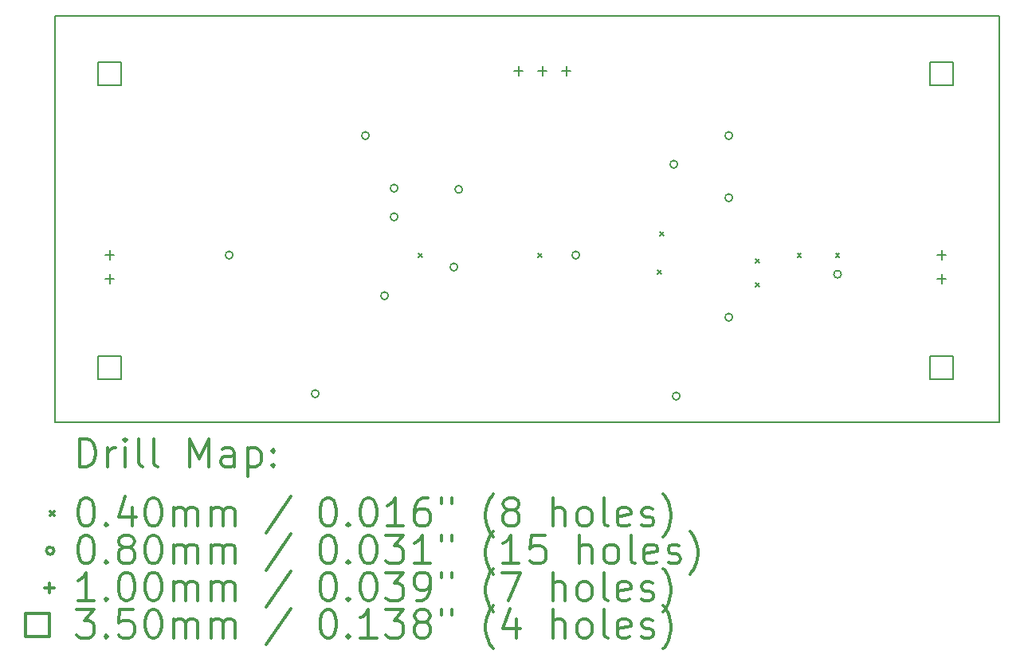
<source format=gbr>
%FSLAX45Y45*%
G04 Gerber Fmt 4.5, Leading zero omitted, Abs format (unit mm)*
G04 Created by KiCad (PCBNEW 4.0.6-e0-6349~53~ubuntu14.04.1) date Mon Jul  3 07:27:08 2017*
%MOMM*%
%LPD*%
G01*
G04 APERTURE LIST*
%ADD10C,0.127000*%
%ADD11C,0.150000*%
%ADD12C,0.200000*%
%ADD13C,0.300000*%
G04 APERTURE END LIST*
D10*
D11*
X10223500Y-12166600D02*
X10223500Y-7848600D01*
X20256500Y-12166600D02*
X10223500Y-12166600D01*
X20256500Y-7848600D02*
X20256500Y-12166600D01*
X10223500Y-7848600D02*
X20256500Y-7848600D01*
D12*
X14089700Y-10368600D02*
X14129700Y-10408600D01*
X14129700Y-10368600D02*
X14089700Y-10408600D01*
X15359700Y-10368600D02*
X15399700Y-10408600D01*
X15399700Y-10368600D02*
X15359700Y-10408600D01*
X16629700Y-10546400D02*
X16669700Y-10586400D01*
X16669700Y-10546400D02*
X16629700Y-10586400D01*
X16655100Y-10140000D02*
X16695100Y-10180000D01*
X16695100Y-10140000D02*
X16655100Y-10180000D01*
X17671100Y-10432100D02*
X17711100Y-10472100D01*
X17711100Y-10432100D02*
X17671100Y-10472100D01*
X17671100Y-10686100D02*
X17711100Y-10726100D01*
X17711100Y-10686100D02*
X17671100Y-10726100D01*
X18115600Y-10368600D02*
X18155600Y-10408600D01*
X18155600Y-10368600D02*
X18115600Y-10408600D01*
X18522000Y-10368600D02*
X18562000Y-10408600D01*
X18562000Y-10368600D02*
X18522000Y-10408600D01*
X12117700Y-10388600D02*
G75*
G03X12117700Y-10388600I-40000J0D01*
G01*
X13032100Y-11861800D02*
G75*
G03X13032100Y-11861800I-40000J0D01*
G01*
X13565500Y-9118600D02*
G75*
G03X13565500Y-9118600I-40000J0D01*
G01*
X13768700Y-10820400D02*
G75*
G03X13768700Y-10820400I-40000J0D01*
G01*
X13870300Y-9677400D02*
G75*
G03X13870300Y-9677400I-40000J0D01*
G01*
X13870300Y-9982200D02*
G75*
G03X13870300Y-9982200I-40000J0D01*
G01*
X14505300Y-10515600D02*
G75*
G03X14505300Y-10515600I-40000J0D01*
G01*
X14556100Y-9690100D02*
G75*
G03X14556100Y-9690100I-40000J0D01*
G01*
X15800700Y-10388600D02*
G75*
G03X15800700Y-10388600I-40000J0D01*
G01*
X16842100Y-9423400D02*
G75*
G03X16842100Y-9423400I-40000J0D01*
G01*
X16867500Y-11887200D02*
G75*
G03X16867500Y-11887200I-40000J0D01*
G01*
X17426300Y-9118600D02*
G75*
G03X17426300Y-9118600I-40000J0D01*
G01*
X17426300Y-9779000D02*
G75*
G03X17426300Y-9779000I-40000J0D01*
G01*
X17426300Y-11049000D02*
G75*
G03X17426300Y-11049000I-40000J0D01*
G01*
X18582000Y-10591800D02*
G75*
G03X18582000Y-10591800I-40000J0D01*
G01*
X10807700Y-10338600D02*
X10807700Y-10438600D01*
X10757700Y-10388600D02*
X10857700Y-10388600D01*
X10807700Y-10592600D02*
X10807700Y-10692600D01*
X10757700Y-10642600D02*
X10857700Y-10642600D01*
X15151100Y-8382800D02*
X15151100Y-8482800D01*
X15101100Y-8432800D02*
X15201100Y-8432800D01*
X15405100Y-8382800D02*
X15405100Y-8482800D01*
X15355100Y-8432800D02*
X15455100Y-8432800D01*
X15659100Y-8382800D02*
X15659100Y-8482800D01*
X15609100Y-8432800D02*
X15709100Y-8432800D01*
X19646900Y-10338600D02*
X19646900Y-10438600D01*
X19596900Y-10388600D02*
X19696900Y-10388600D01*
X19646900Y-10592600D02*
X19646900Y-10692600D01*
X19596900Y-10642600D02*
X19696900Y-10642600D01*
X10931445Y-8581945D02*
X10931445Y-8334455D01*
X10683955Y-8334455D01*
X10683955Y-8581945D01*
X10931445Y-8581945D01*
X10931445Y-11706145D02*
X10931445Y-11458655D01*
X10683955Y-11458655D01*
X10683955Y-11706145D01*
X10931445Y-11706145D01*
X19770645Y-8581945D02*
X19770645Y-8334455D01*
X19523155Y-8334455D01*
X19523155Y-8581945D01*
X19770645Y-8581945D01*
X19770645Y-11706145D02*
X19770645Y-11458655D01*
X19523155Y-11458655D01*
X19523155Y-11706145D01*
X19770645Y-11706145D01*
D13*
X10487429Y-12639814D02*
X10487429Y-12339814D01*
X10558857Y-12339814D01*
X10601714Y-12354100D01*
X10630286Y-12382671D01*
X10644571Y-12411243D01*
X10658857Y-12468386D01*
X10658857Y-12511243D01*
X10644571Y-12568386D01*
X10630286Y-12596957D01*
X10601714Y-12625529D01*
X10558857Y-12639814D01*
X10487429Y-12639814D01*
X10787429Y-12639814D02*
X10787429Y-12439814D01*
X10787429Y-12496957D02*
X10801714Y-12468386D01*
X10816000Y-12454100D01*
X10844571Y-12439814D01*
X10873143Y-12439814D01*
X10973143Y-12639814D02*
X10973143Y-12439814D01*
X10973143Y-12339814D02*
X10958857Y-12354100D01*
X10973143Y-12368386D01*
X10987429Y-12354100D01*
X10973143Y-12339814D01*
X10973143Y-12368386D01*
X11158857Y-12639814D02*
X11130286Y-12625529D01*
X11116000Y-12596957D01*
X11116000Y-12339814D01*
X11316000Y-12639814D02*
X11287428Y-12625529D01*
X11273143Y-12596957D01*
X11273143Y-12339814D01*
X11658857Y-12639814D02*
X11658857Y-12339814D01*
X11758857Y-12554100D01*
X11858857Y-12339814D01*
X11858857Y-12639814D01*
X12130286Y-12639814D02*
X12130286Y-12482671D01*
X12116000Y-12454100D01*
X12087428Y-12439814D01*
X12030286Y-12439814D01*
X12001714Y-12454100D01*
X12130286Y-12625529D02*
X12101714Y-12639814D01*
X12030286Y-12639814D01*
X12001714Y-12625529D01*
X11987428Y-12596957D01*
X11987428Y-12568386D01*
X12001714Y-12539814D01*
X12030286Y-12525529D01*
X12101714Y-12525529D01*
X12130286Y-12511243D01*
X12273143Y-12439814D02*
X12273143Y-12739814D01*
X12273143Y-12454100D02*
X12301714Y-12439814D01*
X12358857Y-12439814D01*
X12387428Y-12454100D01*
X12401714Y-12468386D01*
X12416000Y-12496957D01*
X12416000Y-12582671D01*
X12401714Y-12611243D01*
X12387428Y-12625529D01*
X12358857Y-12639814D01*
X12301714Y-12639814D01*
X12273143Y-12625529D01*
X12544571Y-12611243D02*
X12558857Y-12625529D01*
X12544571Y-12639814D01*
X12530286Y-12625529D01*
X12544571Y-12611243D01*
X12544571Y-12639814D01*
X12544571Y-12454100D02*
X12558857Y-12468386D01*
X12544571Y-12482671D01*
X12530286Y-12468386D01*
X12544571Y-12454100D01*
X12544571Y-12482671D01*
X10176000Y-13114100D02*
X10216000Y-13154100D01*
X10216000Y-13114100D02*
X10176000Y-13154100D01*
X10544571Y-12969814D02*
X10573143Y-12969814D01*
X10601714Y-12984100D01*
X10616000Y-12998386D01*
X10630286Y-13026957D01*
X10644571Y-13084100D01*
X10644571Y-13155529D01*
X10630286Y-13212671D01*
X10616000Y-13241243D01*
X10601714Y-13255529D01*
X10573143Y-13269814D01*
X10544571Y-13269814D01*
X10516000Y-13255529D01*
X10501714Y-13241243D01*
X10487429Y-13212671D01*
X10473143Y-13155529D01*
X10473143Y-13084100D01*
X10487429Y-13026957D01*
X10501714Y-12998386D01*
X10516000Y-12984100D01*
X10544571Y-12969814D01*
X10773143Y-13241243D02*
X10787429Y-13255529D01*
X10773143Y-13269814D01*
X10758857Y-13255529D01*
X10773143Y-13241243D01*
X10773143Y-13269814D01*
X11044571Y-13069814D02*
X11044571Y-13269814D01*
X10973143Y-12955529D02*
X10901714Y-13169814D01*
X11087428Y-13169814D01*
X11258857Y-12969814D02*
X11287428Y-12969814D01*
X11316000Y-12984100D01*
X11330286Y-12998386D01*
X11344571Y-13026957D01*
X11358857Y-13084100D01*
X11358857Y-13155529D01*
X11344571Y-13212671D01*
X11330286Y-13241243D01*
X11316000Y-13255529D01*
X11287428Y-13269814D01*
X11258857Y-13269814D01*
X11230286Y-13255529D01*
X11216000Y-13241243D01*
X11201714Y-13212671D01*
X11187428Y-13155529D01*
X11187428Y-13084100D01*
X11201714Y-13026957D01*
X11216000Y-12998386D01*
X11230286Y-12984100D01*
X11258857Y-12969814D01*
X11487428Y-13269814D02*
X11487428Y-13069814D01*
X11487428Y-13098386D02*
X11501714Y-13084100D01*
X11530286Y-13069814D01*
X11573143Y-13069814D01*
X11601714Y-13084100D01*
X11616000Y-13112671D01*
X11616000Y-13269814D01*
X11616000Y-13112671D02*
X11630286Y-13084100D01*
X11658857Y-13069814D01*
X11701714Y-13069814D01*
X11730286Y-13084100D01*
X11744571Y-13112671D01*
X11744571Y-13269814D01*
X11887428Y-13269814D02*
X11887428Y-13069814D01*
X11887428Y-13098386D02*
X11901714Y-13084100D01*
X11930286Y-13069814D01*
X11973143Y-13069814D01*
X12001714Y-13084100D01*
X12016000Y-13112671D01*
X12016000Y-13269814D01*
X12016000Y-13112671D02*
X12030286Y-13084100D01*
X12058857Y-13069814D01*
X12101714Y-13069814D01*
X12130286Y-13084100D01*
X12144571Y-13112671D01*
X12144571Y-13269814D01*
X12730286Y-12955529D02*
X12473143Y-13341243D01*
X13116000Y-12969814D02*
X13144571Y-12969814D01*
X13173143Y-12984100D01*
X13187428Y-12998386D01*
X13201714Y-13026957D01*
X13216000Y-13084100D01*
X13216000Y-13155529D01*
X13201714Y-13212671D01*
X13187428Y-13241243D01*
X13173143Y-13255529D01*
X13144571Y-13269814D01*
X13116000Y-13269814D01*
X13087428Y-13255529D01*
X13073143Y-13241243D01*
X13058857Y-13212671D01*
X13044571Y-13155529D01*
X13044571Y-13084100D01*
X13058857Y-13026957D01*
X13073143Y-12998386D01*
X13087428Y-12984100D01*
X13116000Y-12969814D01*
X13344571Y-13241243D02*
X13358857Y-13255529D01*
X13344571Y-13269814D01*
X13330286Y-13255529D01*
X13344571Y-13241243D01*
X13344571Y-13269814D01*
X13544571Y-12969814D02*
X13573143Y-12969814D01*
X13601714Y-12984100D01*
X13616000Y-12998386D01*
X13630285Y-13026957D01*
X13644571Y-13084100D01*
X13644571Y-13155529D01*
X13630285Y-13212671D01*
X13616000Y-13241243D01*
X13601714Y-13255529D01*
X13573143Y-13269814D01*
X13544571Y-13269814D01*
X13516000Y-13255529D01*
X13501714Y-13241243D01*
X13487428Y-13212671D01*
X13473143Y-13155529D01*
X13473143Y-13084100D01*
X13487428Y-13026957D01*
X13501714Y-12998386D01*
X13516000Y-12984100D01*
X13544571Y-12969814D01*
X13930285Y-13269814D02*
X13758857Y-13269814D01*
X13844571Y-13269814D02*
X13844571Y-12969814D01*
X13816000Y-13012671D01*
X13787428Y-13041243D01*
X13758857Y-13055529D01*
X14187428Y-12969814D02*
X14130285Y-12969814D01*
X14101714Y-12984100D01*
X14087428Y-12998386D01*
X14058857Y-13041243D01*
X14044571Y-13098386D01*
X14044571Y-13212671D01*
X14058857Y-13241243D01*
X14073143Y-13255529D01*
X14101714Y-13269814D01*
X14158857Y-13269814D01*
X14187428Y-13255529D01*
X14201714Y-13241243D01*
X14216000Y-13212671D01*
X14216000Y-13141243D01*
X14201714Y-13112671D01*
X14187428Y-13098386D01*
X14158857Y-13084100D01*
X14101714Y-13084100D01*
X14073143Y-13098386D01*
X14058857Y-13112671D01*
X14044571Y-13141243D01*
X14330286Y-12969814D02*
X14330286Y-13026957D01*
X14444571Y-12969814D02*
X14444571Y-13026957D01*
X14887428Y-13384100D02*
X14873143Y-13369814D01*
X14844571Y-13326957D01*
X14830285Y-13298386D01*
X14816000Y-13255529D01*
X14801714Y-13184100D01*
X14801714Y-13126957D01*
X14816000Y-13055529D01*
X14830285Y-13012671D01*
X14844571Y-12984100D01*
X14873143Y-12941243D01*
X14887428Y-12926957D01*
X15044571Y-13098386D02*
X15016000Y-13084100D01*
X15001714Y-13069814D01*
X14987428Y-13041243D01*
X14987428Y-13026957D01*
X15001714Y-12998386D01*
X15016000Y-12984100D01*
X15044571Y-12969814D01*
X15101714Y-12969814D01*
X15130285Y-12984100D01*
X15144571Y-12998386D01*
X15158857Y-13026957D01*
X15158857Y-13041243D01*
X15144571Y-13069814D01*
X15130285Y-13084100D01*
X15101714Y-13098386D01*
X15044571Y-13098386D01*
X15016000Y-13112671D01*
X15001714Y-13126957D01*
X14987428Y-13155529D01*
X14987428Y-13212671D01*
X15001714Y-13241243D01*
X15016000Y-13255529D01*
X15044571Y-13269814D01*
X15101714Y-13269814D01*
X15130285Y-13255529D01*
X15144571Y-13241243D01*
X15158857Y-13212671D01*
X15158857Y-13155529D01*
X15144571Y-13126957D01*
X15130285Y-13112671D01*
X15101714Y-13098386D01*
X15516000Y-13269814D02*
X15516000Y-12969814D01*
X15644571Y-13269814D02*
X15644571Y-13112671D01*
X15630285Y-13084100D01*
X15601714Y-13069814D01*
X15558857Y-13069814D01*
X15530285Y-13084100D01*
X15516000Y-13098386D01*
X15830285Y-13269814D02*
X15801714Y-13255529D01*
X15787428Y-13241243D01*
X15773143Y-13212671D01*
X15773143Y-13126957D01*
X15787428Y-13098386D01*
X15801714Y-13084100D01*
X15830285Y-13069814D01*
X15873143Y-13069814D01*
X15901714Y-13084100D01*
X15916000Y-13098386D01*
X15930285Y-13126957D01*
X15930285Y-13212671D01*
X15916000Y-13241243D01*
X15901714Y-13255529D01*
X15873143Y-13269814D01*
X15830285Y-13269814D01*
X16101714Y-13269814D02*
X16073143Y-13255529D01*
X16058857Y-13226957D01*
X16058857Y-12969814D01*
X16330286Y-13255529D02*
X16301714Y-13269814D01*
X16244571Y-13269814D01*
X16216000Y-13255529D01*
X16201714Y-13226957D01*
X16201714Y-13112671D01*
X16216000Y-13084100D01*
X16244571Y-13069814D01*
X16301714Y-13069814D01*
X16330286Y-13084100D01*
X16344571Y-13112671D01*
X16344571Y-13141243D01*
X16201714Y-13169814D01*
X16458857Y-13255529D02*
X16487428Y-13269814D01*
X16544571Y-13269814D01*
X16573143Y-13255529D01*
X16587428Y-13226957D01*
X16587428Y-13212671D01*
X16573143Y-13184100D01*
X16544571Y-13169814D01*
X16501714Y-13169814D01*
X16473143Y-13155529D01*
X16458857Y-13126957D01*
X16458857Y-13112671D01*
X16473143Y-13084100D01*
X16501714Y-13069814D01*
X16544571Y-13069814D01*
X16573143Y-13084100D01*
X16687428Y-13384100D02*
X16701714Y-13369814D01*
X16730286Y-13326957D01*
X16744571Y-13298386D01*
X16758857Y-13255529D01*
X16773143Y-13184100D01*
X16773143Y-13126957D01*
X16758857Y-13055529D01*
X16744571Y-13012671D01*
X16730286Y-12984100D01*
X16701714Y-12941243D01*
X16687428Y-12926957D01*
X10216000Y-13530100D02*
G75*
G03X10216000Y-13530100I-40000J0D01*
G01*
X10544571Y-13365814D02*
X10573143Y-13365814D01*
X10601714Y-13380100D01*
X10616000Y-13394386D01*
X10630286Y-13422957D01*
X10644571Y-13480100D01*
X10644571Y-13551529D01*
X10630286Y-13608671D01*
X10616000Y-13637243D01*
X10601714Y-13651529D01*
X10573143Y-13665814D01*
X10544571Y-13665814D01*
X10516000Y-13651529D01*
X10501714Y-13637243D01*
X10487429Y-13608671D01*
X10473143Y-13551529D01*
X10473143Y-13480100D01*
X10487429Y-13422957D01*
X10501714Y-13394386D01*
X10516000Y-13380100D01*
X10544571Y-13365814D01*
X10773143Y-13637243D02*
X10787429Y-13651529D01*
X10773143Y-13665814D01*
X10758857Y-13651529D01*
X10773143Y-13637243D01*
X10773143Y-13665814D01*
X10958857Y-13494386D02*
X10930286Y-13480100D01*
X10916000Y-13465814D01*
X10901714Y-13437243D01*
X10901714Y-13422957D01*
X10916000Y-13394386D01*
X10930286Y-13380100D01*
X10958857Y-13365814D01*
X11016000Y-13365814D01*
X11044571Y-13380100D01*
X11058857Y-13394386D01*
X11073143Y-13422957D01*
X11073143Y-13437243D01*
X11058857Y-13465814D01*
X11044571Y-13480100D01*
X11016000Y-13494386D01*
X10958857Y-13494386D01*
X10930286Y-13508671D01*
X10916000Y-13522957D01*
X10901714Y-13551529D01*
X10901714Y-13608671D01*
X10916000Y-13637243D01*
X10930286Y-13651529D01*
X10958857Y-13665814D01*
X11016000Y-13665814D01*
X11044571Y-13651529D01*
X11058857Y-13637243D01*
X11073143Y-13608671D01*
X11073143Y-13551529D01*
X11058857Y-13522957D01*
X11044571Y-13508671D01*
X11016000Y-13494386D01*
X11258857Y-13365814D02*
X11287428Y-13365814D01*
X11316000Y-13380100D01*
X11330286Y-13394386D01*
X11344571Y-13422957D01*
X11358857Y-13480100D01*
X11358857Y-13551529D01*
X11344571Y-13608671D01*
X11330286Y-13637243D01*
X11316000Y-13651529D01*
X11287428Y-13665814D01*
X11258857Y-13665814D01*
X11230286Y-13651529D01*
X11216000Y-13637243D01*
X11201714Y-13608671D01*
X11187428Y-13551529D01*
X11187428Y-13480100D01*
X11201714Y-13422957D01*
X11216000Y-13394386D01*
X11230286Y-13380100D01*
X11258857Y-13365814D01*
X11487428Y-13665814D02*
X11487428Y-13465814D01*
X11487428Y-13494386D02*
X11501714Y-13480100D01*
X11530286Y-13465814D01*
X11573143Y-13465814D01*
X11601714Y-13480100D01*
X11616000Y-13508671D01*
X11616000Y-13665814D01*
X11616000Y-13508671D02*
X11630286Y-13480100D01*
X11658857Y-13465814D01*
X11701714Y-13465814D01*
X11730286Y-13480100D01*
X11744571Y-13508671D01*
X11744571Y-13665814D01*
X11887428Y-13665814D02*
X11887428Y-13465814D01*
X11887428Y-13494386D02*
X11901714Y-13480100D01*
X11930286Y-13465814D01*
X11973143Y-13465814D01*
X12001714Y-13480100D01*
X12016000Y-13508671D01*
X12016000Y-13665814D01*
X12016000Y-13508671D02*
X12030286Y-13480100D01*
X12058857Y-13465814D01*
X12101714Y-13465814D01*
X12130286Y-13480100D01*
X12144571Y-13508671D01*
X12144571Y-13665814D01*
X12730286Y-13351529D02*
X12473143Y-13737243D01*
X13116000Y-13365814D02*
X13144571Y-13365814D01*
X13173143Y-13380100D01*
X13187428Y-13394386D01*
X13201714Y-13422957D01*
X13216000Y-13480100D01*
X13216000Y-13551529D01*
X13201714Y-13608671D01*
X13187428Y-13637243D01*
X13173143Y-13651529D01*
X13144571Y-13665814D01*
X13116000Y-13665814D01*
X13087428Y-13651529D01*
X13073143Y-13637243D01*
X13058857Y-13608671D01*
X13044571Y-13551529D01*
X13044571Y-13480100D01*
X13058857Y-13422957D01*
X13073143Y-13394386D01*
X13087428Y-13380100D01*
X13116000Y-13365814D01*
X13344571Y-13637243D02*
X13358857Y-13651529D01*
X13344571Y-13665814D01*
X13330286Y-13651529D01*
X13344571Y-13637243D01*
X13344571Y-13665814D01*
X13544571Y-13365814D02*
X13573143Y-13365814D01*
X13601714Y-13380100D01*
X13616000Y-13394386D01*
X13630285Y-13422957D01*
X13644571Y-13480100D01*
X13644571Y-13551529D01*
X13630285Y-13608671D01*
X13616000Y-13637243D01*
X13601714Y-13651529D01*
X13573143Y-13665814D01*
X13544571Y-13665814D01*
X13516000Y-13651529D01*
X13501714Y-13637243D01*
X13487428Y-13608671D01*
X13473143Y-13551529D01*
X13473143Y-13480100D01*
X13487428Y-13422957D01*
X13501714Y-13394386D01*
X13516000Y-13380100D01*
X13544571Y-13365814D01*
X13744571Y-13365814D02*
X13930285Y-13365814D01*
X13830285Y-13480100D01*
X13873143Y-13480100D01*
X13901714Y-13494386D01*
X13916000Y-13508671D01*
X13930285Y-13537243D01*
X13930285Y-13608671D01*
X13916000Y-13637243D01*
X13901714Y-13651529D01*
X13873143Y-13665814D01*
X13787428Y-13665814D01*
X13758857Y-13651529D01*
X13744571Y-13637243D01*
X14216000Y-13665814D02*
X14044571Y-13665814D01*
X14130285Y-13665814D02*
X14130285Y-13365814D01*
X14101714Y-13408671D01*
X14073143Y-13437243D01*
X14044571Y-13451529D01*
X14330286Y-13365814D02*
X14330286Y-13422957D01*
X14444571Y-13365814D02*
X14444571Y-13422957D01*
X14887428Y-13780100D02*
X14873143Y-13765814D01*
X14844571Y-13722957D01*
X14830285Y-13694386D01*
X14816000Y-13651529D01*
X14801714Y-13580100D01*
X14801714Y-13522957D01*
X14816000Y-13451529D01*
X14830285Y-13408671D01*
X14844571Y-13380100D01*
X14873143Y-13337243D01*
X14887428Y-13322957D01*
X15158857Y-13665814D02*
X14987428Y-13665814D01*
X15073143Y-13665814D02*
X15073143Y-13365814D01*
X15044571Y-13408671D01*
X15016000Y-13437243D01*
X14987428Y-13451529D01*
X15430285Y-13365814D02*
X15287428Y-13365814D01*
X15273143Y-13508671D01*
X15287428Y-13494386D01*
X15316000Y-13480100D01*
X15387428Y-13480100D01*
X15416000Y-13494386D01*
X15430285Y-13508671D01*
X15444571Y-13537243D01*
X15444571Y-13608671D01*
X15430285Y-13637243D01*
X15416000Y-13651529D01*
X15387428Y-13665814D01*
X15316000Y-13665814D01*
X15287428Y-13651529D01*
X15273143Y-13637243D01*
X15801714Y-13665814D02*
X15801714Y-13365814D01*
X15930285Y-13665814D02*
X15930285Y-13508671D01*
X15916000Y-13480100D01*
X15887428Y-13465814D01*
X15844571Y-13465814D01*
X15816000Y-13480100D01*
X15801714Y-13494386D01*
X16116000Y-13665814D02*
X16087428Y-13651529D01*
X16073143Y-13637243D01*
X16058857Y-13608671D01*
X16058857Y-13522957D01*
X16073143Y-13494386D01*
X16087428Y-13480100D01*
X16116000Y-13465814D01*
X16158857Y-13465814D01*
X16187428Y-13480100D01*
X16201714Y-13494386D01*
X16216000Y-13522957D01*
X16216000Y-13608671D01*
X16201714Y-13637243D01*
X16187428Y-13651529D01*
X16158857Y-13665814D01*
X16116000Y-13665814D01*
X16387428Y-13665814D02*
X16358857Y-13651529D01*
X16344571Y-13622957D01*
X16344571Y-13365814D01*
X16616000Y-13651529D02*
X16587428Y-13665814D01*
X16530286Y-13665814D01*
X16501714Y-13651529D01*
X16487428Y-13622957D01*
X16487428Y-13508671D01*
X16501714Y-13480100D01*
X16530286Y-13465814D01*
X16587428Y-13465814D01*
X16616000Y-13480100D01*
X16630286Y-13508671D01*
X16630286Y-13537243D01*
X16487428Y-13565814D01*
X16744571Y-13651529D02*
X16773143Y-13665814D01*
X16830286Y-13665814D01*
X16858857Y-13651529D01*
X16873143Y-13622957D01*
X16873143Y-13608671D01*
X16858857Y-13580100D01*
X16830286Y-13565814D01*
X16787429Y-13565814D01*
X16758857Y-13551529D01*
X16744571Y-13522957D01*
X16744571Y-13508671D01*
X16758857Y-13480100D01*
X16787429Y-13465814D01*
X16830286Y-13465814D01*
X16858857Y-13480100D01*
X16973143Y-13780100D02*
X16987429Y-13765814D01*
X17016000Y-13722957D01*
X17030286Y-13694386D01*
X17044571Y-13651529D01*
X17058857Y-13580100D01*
X17058857Y-13522957D01*
X17044571Y-13451529D01*
X17030286Y-13408671D01*
X17016000Y-13380100D01*
X16987429Y-13337243D01*
X16973143Y-13322957D01*
X10166000Y-13876100D02*
X10166000Y-13976100D01*
X10116000Y-13926100D02*
X10216000Y-13926100D01*
X10644571Y-14061814D02*
X10473143Y-14061814D01*
X10558857Y-14061814D02*
X10558857Y-13761814D01*
X10530286Y-13804671D01*
X10501714Y-13833243D01*
X10473143Y-13847529D01*
X10773143Y-14033243D02*
X10787429Y-14047529D01*
X10773143Y-14061814D01*
X10758857Y-14047529D01*
X10773143Y-14033243D01*
X10773143Y-14061814D01*
X10973143Y-13761814D02*
X11001714Y-13761814D01*
X11030286Y-13776100D01*
X11044571Y-13790386D01*
X11058857Y-13818957D01*
X11073143Y-13876100D01*
X11073143Y-13947529D01*
X11058857Y-14004671D01*
X11044571Y-14033243D01*
X11030286Y-14047529D01*
X11001714Y-14061814D01*
X10973143Y-14061814D01*
X10944571Y-14047529D01*
X10930286Y-14033243D01*
X10916000Y-14004671D01*
X10901714Y-13947529D01*
X10901714Y-13876100D01*
X10916000Y-13818957D01*
X10930286Y-13790386D01*
X10944571Y-13776100D01*
X10973143Y-13761814D01*
X11258857Y-13761814D02*
X11287428Y-13761814D01*
X11316000Y-13776100D01*
X11330286Y-13790386D01*
X11344571Y-13818957D01*
X11358857Y-13876100D01*
X11358857Y-13947529D01*
X11344571Y-14004671D01*
X11330286Y-14033243D01*
X11316000Y-14047529D01*
X11287428Y-14061814D01*
X11258857Y-14061814D01*
X11230286Y-14047529D01*
X11216000Y-14033243D01*
X11201714Y-14004671D01*
X11187428Y-13947529D01*
X11187428Y-13876100D01*
X11201714Y-13818957D01*
X11216000Y-13790386D01*
X11230286Y-13776100D01*
X11258857Y-13761814D01*
X11487428Y-14061814D02*
X11487428Y-13861814D01*
X11487428Y-13890386D02*
X11501714Y-13876100D01*
X11530286Y-13861814D01*
X11573143Y-13861814D01*
X11601714Y-13876100D01*
X11616000Y-13904671D01*
X11616000Y-14061814D01*
X11616000Y-13904671D02*
X11630286Y-13876100D01*
X11658857Y-13861814D01*
X11701714Y-13861814D01*
X11730286Y-13876100D01*
X11744571Y-13904671D01*
X11744571Y-14061814D01*
X11887428Y-14061814D02*
X11887428Y-13861814D01*
X11887428Y-13890386D02*
X11901714Y-13876100D01*
X11930286Y-13861814D01*
X11973143Y-13861814D01*
X12001714Y-13876100D01*
X12016000Y-13904671D01*
X12016000Y-14061814D01*
X12016000Y-13904671D02*
X12030286Y-13876100D01*
X12058857Y-13861814D01*
X12101714Y-13861814D01*
X12130286Y-13876100D01*
X12144571Y-13904671D01*
X12144571Y-14061814D01*
X12730286Y-13747529D02*
X12473143Y-14133243D01*
X13116000Y-13761814D02*
X13144571Y-13761814D01*
X13173143Y-13776100D01*
X13187428Y-13790386D01*
X13201714Y-13818957D01*
X13216000Y-13876100D01*
X13216000Y-13947529D01*
X13201714Y-14004671D01*
X13187428Y-14033243D01*
X13173143Y-14047529D01*
X13144571Y-14061814D01*
X13116000Y-14061814D01*
X13087428Y-14047529D01*
X13073143Y-14033243D01*
X13058857Y-14004671D01*
X13044571Y-13947529D01*
X13044571Y-13876100D01*
X13058857Y-13818957D01*
X13073143Y-13790386D01*
X13087428Y-13776100D01*
X13116000Y-13761814D01*
X13344571Y-14033243D02*
X13358857Y-14047529D01*
X13344571Y-14061814D01*
X13330286Y-14047529D01*
X13344571Y-14033243D01*
X13344571Y-14061814D01*
X13544571Y-13761814D02*
X13573143Y-13761814D01*
X13601714Y-13776100D01*
X13616000Y-13790386D01*
X13630285Y-13818957D01*
X13644571Y-13876100D01*
X13644571Y-13947529D01*
X13630285Y-14004671D01*
X13616000Y-14033243D01*
X13601714Y-14047529D01*
X13573143Y-14061814D01*
X13544571Y-14061814D01*
X13516000Y-14047529D01*
X13501714Y-14033243D01*
X13487428Y-14004671D01*
X13473143Y-13947529D01*
X13473143Y-13876100D01*
X13487428Y-13818957D01*
X13501714Y-13790386D01*
X13516000Y-13776100D01*
X13544571Y-13761814D01*
X13744571Y-13761814D02*
X13930285Y-13761814D01*
X13830285Y-13876100D01*
X13873143Y-13876100D01*
X13901714Y-13890386D01*
X13916000Y-13904671D01*
X13930285Y-13933243D01*
X13930285Y-14004671D01*
X13916000Y-14033243D01*
X13901714Y-14047529D01*
X13873143Y-14061814D01*
X13787428Y-14061814D01*
X13758857Y-14047529D01*
X13744571Y-14033243D01*
X14073143Y-14061814D02*
X14130285Y-14061814D01*
X14158857Y-14047529D01*
X14173143Y-14033243D01*
X14201714Y-13990386D01*
X14216000Y-13933243D01*
X14216000Y-13818957D01*
X14201714Y-13790386D01*
X14187428Y-13776100D01*
X14158857Y-13761814D01*
X14101714Y-13761814D01*
X14073143Y-13776100D01*
X14058857Y-13790386D01*
X14044571Y-13818957D01*
X14044571Y-13890386D01*
X14058857Y-13918957D01*
X14073143Y-13933243D01*
X14101714Y-13947529D01*
X14158857Y-13947529D01*
X14187428Y-13933243D01*
X14201714Y-13918957D01*
X14216000Y-13890386D01*
X14330286Y-13761814D02*
X14330286Y-13818957D01*
X14444571Y-13761814D02*
X14444571Y-13818957D01*
X14887428Y-14176100D02*
X14873143Y-14161814D01*
X14844571Y-14118957D01*
X14830285Y-14090386D01*
X14816000Y-14047529D01*
X14801714Y-13976100D01*
X14801714Y-13918957D01*
X14816000Y-13847529D01*
X14830285Y-13804671D01*
X14844571Y-13776100D01*
X14873143Y-13733243D01*
X14887428Y-13718957D01*
X14973143Y-13761814D02*
X15173143Y-13761814D01*
X15044571Y-14061814D01*
X15516000Y-14061814D02*
X15516000Y-13761814D01*
X15644571Y-14061814D02*
X15644571Y-13904671D01*
X15630285Y-13876100D01*
X15601714Y-13861814D01*
X15558857Y-13861814D01*
X15530285Y-13876100D01*
X15516000Y-13890386D01*
X15830285Y-14061814D02*
X15801714Y-14047529D01*
X15787428Y-14033243D01*
X15773143Y-14004671D01*
X15773143Y-13918957D01*
X15787428Y-13890386D01*
X15801714Y-13876100D01*
X15830285Y-13861814D01*
X15873143Y-13861814D01*
X15901714Y-13876100D01*
X15916000Y-13890386D01*
X15930285Y-13918957D01*
X15930285Y-14004671D01*
X15916000Y-14033243D01*
X15901714Y-14047529D01*
X15873143Y-14061814D01*
X15830285Y-14061814D01*
X16101714Y-14061814D02*
X16073143Y-14047529D01*
X16058857Y-14018957D01*
X16058857Y-13761814D01*
X16330286Y-14047529D02*
X16301714Y-14061814D01*
X16244571Y-14061814D01*
X16216000Y-14047529D01*
X16201714Y-14018957D01*
X16201714Y-13904671D01*
X16216000Y-13876100D01*
X16244571Y-13861814D01*
X16301714Y-13861814D01*
X16330286Y-13876100D01*
X16344571Y-13904671D01*
X16344571Y-13933243D01*
X16201714Y-13961814D01*
X16458857Y-14047529D02*
X16487428Y-14061814D01*
X16544571Y-14061814D01*
X16573143Y-14047529D01*
X16587428Y-14018957D01*
X16587428Y-14004671D01*
X16573143Y-13976100D01*
X16544571Y-13961814D01*
X16501714Y-13961814D01*
X16473143Y-13947529D01*
X16458857Y-13918957D01*
X16458857Y-13904671D01*
X16473143Y-13876100D01*
X16501714Y-13861814D01*
X16544571Y-13861814D01*
X16573143Y-13876100D01*
X16687428Y-14176100D02*
X16701714Y-14161814D01*
X16730286Y-14118957D01*
X16744571Y-14090386D01*
X16758857Y-14047529D01*
X16773143Y-13976100D01*
X16773143Y-13918957D01*
X16758857Y-13847529D01*
X16744571Y-13804671D01*
X16730286Y-13776100D01*
X16701714Y-13733243D01*
X16687428Y-13718957D01*
X10164745Y-14445845D02*
X10164745Y-14198355D01*
X9917255Y-14198355D01*
X9917255Y-14445845D01*
X10164745Y-14445845D01*
X10458857Y-14157814D02*
X10644571Y-14157814D01*
X10544571Y-14272100D01*
X10587429Y-14272100D01*
X10616000Y-14286386D01*
X10630286Y-14300671D01*
X10644571Y-14329243D01*
X10644571Y-14400671D01*
X10630286Y-14429243D01*
X10616000Y-14443529D01*
X10587429Y-14457814D01*
X10501714Y-14457814D01*
X10473143Y-14443529D01*
X10458857Y-14429243D01*
X10773143Y-14429243D02*
X10787429Y-14443529D01*
X10773143Y-14457814D01*
X10758857Y-14443529D01*
X10773143Y-14429243D01*
X10773143Y-14457814D01*
X11058857Y-14157814D02*
X10916000Y-14157814D01*
X10901714Y-14300671D01*
X10916000Y-14286386D01*
X10944571Y-14272100D01*
X11016000Y-14272100D01*
X11044571Y-14286386D01*
X11058857Y-14300671D01*
X11073143Y-14329243D01*
X11073143Y-14400671D01*
X11058857Y-14429243D01*
X11044571Y-14443529D01*
X11016000Y-14457814D01*
X10944571Y-14457814D01*
X10916000Y-14443529D01*
X10901714Y-14429243D01*
X11258857Y-14157814D02*
X11287428Y-14157814D01*
X11316000Y-14172100D01*
X11330286Y-14186386D01*
X11344571Y-14214957D01*
X11358857Y-14272100D01*
X11358857Y-14343529D01*
X11344571Y-14400671D01*
X11330286Y-14429243D01*
X11316000Y-14443529D01*
X11287428Y-14457814D01*
X11258857Y-14457814D01*
X11230286Y-14443529D01*
X11216000Y-14429243D01*
X11201714Y-14400671D01*
X11187428Y-14343529D01*
X11187428Y-14272100D01*
X11201714Y-14214957D01*
X11216000Y-14186386D01*
X11230286Y-14172100D01*
X11258857Y-14157814D01*
X11487428Y-14457814D02*
X11487428Y-14257814D01*
X11487428Y-14286386D02*
X11501714Y-14272100D01*
X11530286Y-14257814D01*
X11573143Y-14257814D01*
X11601714Y-14272100D01*
X11616000Y-14300671D01*
X11616000Y-14457814D01*
X11616000Y-14300671D02*
X11630286Y-14272100D01*
X11658857Y-14257814D01*
X11701714Y-14257814D01*
X11730286Y-14272100D01*
X11744571Y-14300671D01*
X11744571Y-14457814D01*
X11887428Y-14457814D02*
X11887428Y-14257814D01*
X11887428Y-14286386D02*
X11901714Y-14272100D01*
X11930286Y-14257814D01*
X11973143Y-14257814D01*
X12001714Y-14272100D01*
X12016000Y-14300671D01*
X12016000Y-14457814D01*
X12016000Y-14300671D02*
X12030286Y-14272100D01*
X12058857Y-14257814D01*
X12101714Y-14257814D01*
X12130286Y-14272100D01*
X12144571Y-14300671D01*
X12144571Y-14457814D01*
X12730286Y-14143529D02*
X12473143Y-14529243D01*
X13116000Y-14157814D02*
X13144571Y-14157814D01*
X13173143Y-14172100D01*
X13187428Y-14186386D01*
X13201714Y-14214957D01*
X13216000Y-14272100D01*
X13216000Y-14343529D01*
X13201714Y-14400671D01*
X13187428Y-14429243D01*
X13173143Y-14443529D01*
X13144571Y-14457814D01*
X13116000Y-14457814D01*
X13087428Y-14443529D01*
X13073143Y-14429243D01*
X13058857Y-14400671D01*
X13044571Y-14343529D01*
X13044571Y-14272100D01*
X13058857Y-14214957D01*
X13073143Y-14186386D01*
X13087428Y-14172100D01*
X13116000Y-14157814D01*
X13344571Y-14429243D02*
X13358857Y-14443529D01*
X13344571Y-14457814D01*
X13330286Y-14443529D01*
X13344571Y-14429243D01*
X13344571Y-14457814D01*
X13644571Y-14457814D02*
X13473143Y-14457814D01*
X13558857Y-14457814D02*
X13558857Y-14157814D01*
X13530285Y-14200671D01*
X13501714Y-14229243D01*
X13473143Y-14243529D01*
X13744571Y-14157814D02*
X13930285Y-14157814D01*
X13830285Y-14272100D01*
X13873143Y-14272100D01*
X13901714Y-14286386D01*
X13916000Y-14300671D01*
X13930285Y-14329243D01*
X13930285Y-14400671D01*
X13916000Y-14429243D01*
X13901714Y-14443529D01*
X13873143Y-14457814D01*
X13787428Y-14457814D01*
X13758857Y-14443529D01*
X13744571Y-14429243D01*
X14101714Y-14286386D02*
X14073143Y-14272100D01*
X14058857Y-14257814D01*
X14044571Y-14229243D01*
X14044571Y-14214957D01*
X14058857Y-14186386D01*
X14073143Y-14172100D01*
X14101714Y-14157814D01*
X14158857Y-14157814D01*
X14187428Y-14172100D01*
X14201714Y-14186386D01*
X14216000Y-14214957D01*
X14216000Y-14229243D01*
X14201714Y-14257814D01*
X14187428Y-14272100D01*
X14158857Y-14286386D01*
X14101714Y-14286386D01*
X14073143Y-14300671D01*
X14058857Y-14314957D01*
X14044571Y-14343529D01*
X14044571Y-14400671D01*
X14058857Y-14429243D01*
X14073143Y-14443529D01*
X14101714Y-14457814D01*
X14158857Y-14457814D01*
X14187428Y-14443529D01*
X14201714Y-14429243D01*
X14216000Y-14400671D01*
X14216000Y-14343529D01*
X14201714Y-14314957D01*
X14187428Y-14300671D01*
X14158857Y-14286386D01*
X14330286Y-14157814D02*
X14330286Y-14214957D01*
X14444571Y-14157814D02*
X14444571Y-14214957D01*
X14887428Y-14572100D02*
X14873143Y-14557814D01*
X14844571Y-14514957D01*
X14830285Y-14486386D01*
X14816000Y-14443529D01*
X14801714Y-14372100D01*
X14801714Y-14314957D01*
X14816000Y-14243529D01*
X14830285Y-14200671D01*
X14844571Y-14172100D01*
X14873143Y-14129243D01*
X14887428Y-14114957D01*
X15130285Y-14257814D02*
X15130285Y-14457814D01*
X15058857Y-14143529D02*
X14987428Y-14357814D01*
X15173143Y-14357814D01*
X15516000Y-14457814D02*
X15516000Y-14157814D01*
X15644571Y-14457814D02*
X15644571Y-14300671D01*
X15630285Y-14272100D01*
X15601714Y-14257814D01*
X15558857Y-14257814D01*
X15530285Y-14272100D01*
X15516000Y-14286386D01*
X15830285Y-14457814D02*
X15801714Y-14443529D01*
X15787428Y-14429243D01*
X15773143Y-14400671D01*
X15773143Y-14314957D01*
X15787428Y-14286386D01*
X15801714Y-14272100D01*
X15830285Y-14257814D01*
X15873143Y-14257814D01*
X15901714Y-14272100D01*
X15916000Y-14286386D01*
X15930285Y-14314957D01*
X15930285Y-14400671D01*
X15916000Y-14429243D01*
X15901714Y-14443529D01*
X15873143Y-14457814D01*
X15830285Y-14457814D01*
X16101714Y-14457814D02*
X16073143Y-14443529D01*
X16058857Y-14414957D01*
X16058857Y-14157814D01*
X16330286Y-14443529D02*
X16301714Y-14457814D01*
X16244571Y-14457814D01*
X16216000Y-14443529D01*
X16201714Y-14414957D01*
X16201714Y-14300671D01*
X16216000Y-14272100D01*
X16244571Y-14257814D01*
X16301714Y-14257814D01*
X16330286Y-14272100D01*
X16344571Y-14300671D01*
X16344571Y-14329243D01*
X16201714Y-14357814D01*
X16458857Y-14443529D02*
X16487428Y-14457814D01*
X16544571Y-14457814D01*
X16573143Y-14443529D01*
X16587428Y-14414957D01*
X16587428Y-14400671D01*
X16573143Y-14372100D01*
X16544571Y-14357814D01*
X16501714Y-14357814D01*
X16473143Y-14343529D01*
X16458857Y-14314957D01*
X16458857Y-14300671D01*
X16473143Y-14272100D01*
X16501714Y-14257814D01*
X16544571Y-14257814D01*
X16573143Y-14272100D01*
X16687428Y-14572100D02*
X16701714Y-14557814D01*
X16730286Y-14514957D01*
X16744571Y-14486386D01*
X16758857Y-14443529D01*
X16773143Y-14372100D01*
X16773143Y-14314957D01*
X16758857Y-14243529D01*
X16744571Y-14200671D01*
X16730286Y-14172100D01*
X16701714Y-14129243D01*
X16687428Y-14114957D01*
M02*

</source>
